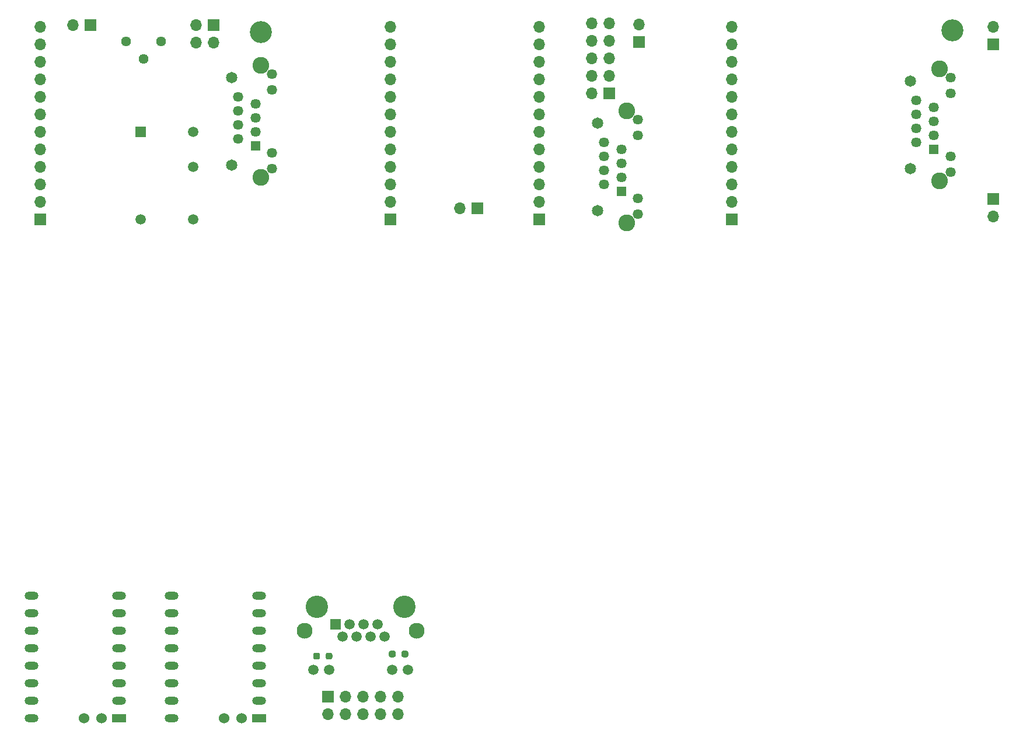
<source format=gbs>
G04 #@! TF.GenerationSoftware,KiCad,Pcbnew,(5.1.9)-1*
G04 #@! TF.CreationDate,2021-03-12T17:13:45-06:00*
G04 #@! TF.ProjectId,Torch Module,546f7263-6820-44d6-9f64-756c652e6b69,rev?*
G04 #@! TF.SameCoordinates,Original*
G04 #@! TF.FileFunction,Soldermask,Bot*
G04 #@! TF.FilePolarity,Negative*
%FSLAX46Y46*%
G04 Gerber Fmt 4.6, Leading zero omitted, Abs format (unit mm)*
G04 Created by KiCad (PCBNEW (5.1.9)-1) date 2021-03-12 17:13:45*
%MOMM*%
%LPD*%
G01*
G04 APERTURE LIST*
%ADD10C,1.650000*%
%ADD11C,2.430000*%
%ADD12C,1.462000*%
%ADD13R,1.462000X1.462000*%
%ADD14C,3.200000*%
%ADD15C,1.524000*%
%ADD16O,2.000000X1.200000*%
%ADD17R,2.000000X1.200000*%
%ADD18R,1.700000X1.700000*%
%ADD19O,1.700000X1.700000*%
%ADD20R,1.501140X1.501140*%
%ADD21C,1.501140*%
%ADD22C,1.440000*%
%ADD23R,1.500000X1.500000*%
%ADD24C,1.500000*%
%ADD25C,3.250000*%
%ADD26C,2.300000*%
G04 APERTURE END LIST*
D10*
X102742000Y-83572000D03*
X102742000Y-70872000D03*
D11*
X106982000Y-85352000D03*
X106982000Y-69092000D03*
D12*
X108582000Y-70362000D03*
X108582000Y-72652000D03*
X108582000Y-81792000D03*
X108582000Y-84082000D03*
X103632000Y-73652000D03*
X106172000Y-74672000D03*
X103632000Y-75692000D03*
X106172000Y-76712000D03*
X103632000Y-77732000D03*
X106172000Y-78752000D03*
X103632000Y-79772000D03*
D13*
X106172000Y-80792000D03*
X204598000Y-81294000D03*
D12*
X202058000Y-80274000D03*
X204598000Y-79254000D03*
X202058000Y-78234000D03*
X204598000Y-77214000D03*
X202058000Y-76194000D03*
X204598000Y-75174000D03*
X202058000Y-74154000D03*
X207008000Y-84584000D03*
X207008000Y-82294000D03*
X207008000Y-73154000D03*
X207008000Y-70864000D03*
D11*
X205408000Y-69594000D03*
X205408000Y-85854000D03*
D10*
X201168000Y-71374000D03*
X201168000Y-84074000D03*
X155828000Y-90168000D03*
X155828000Y-77468000D03*
D11*
X160068000Y-91948000D03*
X160068000Y-75688000D03*
D12*
X161668000Y-76958000D03*
X161668000Y-79248000D03*
X161668000Y-88388000D03*
X161668000Y-90678000D03*
X156718000Y-80248000D03*
X159258000Y-81268000D03*
X156718000Y-82288000D03*
X159258000Y-83308000D03*
X156718000Y-84328000D03*
X159258000Y-85348000D03*
X156718000Y-86368000D03*
D13*
X159258000Y-87388000D03*
D14*
X207264000Y-64008000D03*
X106934000Y-64262000D03*
D15*
X104140000Y-163830000D03*
X101600000Y-163830000D03*
D16*
X106680000Y-146050000D03*
X93980000Y-146050000D03*
X106680000Y-148590000D03*
X93980000Y-148590000D03*
X106680000Y-151130000D03*
X93980000Y-151130000D03*
X106680000Y-153670000D03*
X93980000Y-153670000D03*
X106680000Y-156210000D03*
X93980000Y-156210000D03*
X106680000Y-158750000D03*
X93980000Y-158750000D03*
X106680000Y-161290000D03*
X93980000Y-161290000D03*
D17*
X106680000Y-163830000D03*
D16*
X93980000Y-163830000D03*
D15*
X83820000Y-163830000D03*
X81280000Y-163830000D03*
D16*
X86360000Y-146050000D03*
X73660000Y-146050000D03*
X86360000Y-148590000D03*
X73660000Y-148590000D03*
X86360000Y-151130000D03*
X73660000Y-151130000D03*
X86360000Y-153670000D03*
X73660000Y-153670000D03*
X86360000Y-156210000D03*
X73660000Y-156210000D03*
X86360000Y-158750000D03*
X73660000Y-158750000D03*
X86360000Y-161290000D03*
X73660000Y-161290000D03*
D17*
X86360000Y-163830000D03*
D16*
X73660000Y-163830000D03*
D18*
X74930000Y-91440000D03*
D19*
X74930000Y-88900000D03*
X74930000Y-86360000D03*
X74930000Y-83820000D03*
X74930000Y-81280000D03*
X74930000Y-78740000D03*
X74930000Y-76200000D03*
X74930000Y-73660000D03*
X74930000Y-71120000D03*
X74930000Y-68580000D03*
X74930000Y-66040000D03*
X74930000Y-63500000D03*
D20*
X89532460Y-78742540D03*
D21*
X97152460Y-78742540D03*
X97152460Y-83822540D03*
X89532460Y-91442540D03*
X97152460Y-91442540D03*
D18*
X116704980Y-160745300D03*
D19*
X116704980Y-163285300D03*
X119244980Y-160745300D03*
X119244980Y-163285300D03*
X121784980Y-160745300D03*
X121784980Y-163285300D03*
X124324980Y-160745300D03*
X124324980Y-163285300D03*
X126864980Y-160745300D03*
X126864980Y-163285300D03*
D18*
X175260000Y-91440000D03*
D19*
X175260000Y-88900000D03*
X175260000Y-86360000D03*
X175260000Y-83820000D03*
X175260000Y-81280000D03*
X175260000Y-78740000D03*
X175260000Y-76200000D03*
X175260000Y-73660000D03*
X175260000Y-71120000D03*
X175260000Y-68580000D03*
X175260000Y-66040000D03*
X175260000Y-63500000D03*
D18*
X147320000Y-91440000D03*
D19*
X147320000Y-88900000D03*
X147320000Y-86360000D03*
X147320000Y-83820000D03*
X147320000Y-81280000D03*
X147320000Y-78740000D03*
X147320000Y-76200000D03*
X147320000Y-73660000D03*
X147320000Y-71120000D03*
X147320000Y-68580000D03*
X147320000Y-66040000D03*
X147320000Y-63500000D03*
D22*
X92453460Y-65661540D03*
X89913460Y-68201540D03*
X87373460Y-65661540D03*
D18*
X157480000Y-73190100D03*
D19*
X154940000Y-73190100D03*
X157480000Y-70650100D03*
X154940000Y-70650100D03*
X157480000Y-68110100D03*
X154940000Y-68110100D03*
X157480000Y-65570100D03*
X154940000Y-65570100D03*
X157480000Y-63030100D03*
X154940000Y-63030100D03*
X135838620Y-89840820D03*
D18*
X138378620Y-89840820D03*
X82277460Y-63257540D03*
D19*
X79737460Y-63257540D03*
D18*
X125730000Y-91440000D03*
D19*
X125730000Y-88900000D03*
X125730000Y-86360000D03*
X125730000Y-83820000D03*
X125730000Y-81280000D03*
X125730000Y-78740000D03*
X125730000Y-76200000D03*
X125730000Y-73660000D03*
X125730000Y-71120000D03*
X125730000Y-68580000D03*
X125730000Y-66040000D03*
X125730000Y-63500000D03*
D18*
X100102461Y-63257540D03*
D19*
X100102461Y-65797540D03*
X97562461Y-63257540D03*
X97562461Y-65797540D03*
D23*
X117850000Y-150240000D03*
D24*
X119882000Y-150240000D03*
X121914000Y-150240000D03*
X123946000Y-150240000D03*
X118866000Y-152020000D03*
X120898000Y-152020000D03*
X122930000Y-152020000D03*
X124962000Y-152020000D03*
D25*
X115060000Y-147700000D03*
X127760000Y-147700000D03*
D26*
X129540000Y-151130000D03*
X113280000Y-151130000D03*
D24*
X114550000Y-156840000D03*
X116840000Y-156840000D03*
X125980000Y-156840000D03*
X128270000Y-156840000D03*
G36*
G01*
X125548980Y-154770800D02*
X125548980Y-154295800D01*
G75*
G02*
X125786480Y-154058300I237500J0D01*
G01*
X126286480Y-154058300D01*
G75*
G02*
X126523980Y-154295800I0J-237500D01*
G01*
X126523980Y-154770800D01*
G75*
G02*
X126286480Y-155008300I-237500J0D01*
G01*
X125786480Y-155008300D01*
G75*
G02*
X125548980Y-154770800I0J237500D01*
G01*
G37*
G36*
G01*
X127373980Y-154770800D02*
X127373980Y-154295800D01*
G75*
G02*
X127611480Y-154058300I237500J0D01*
G01*
X128111480Y-154058300D01*
G75*
G02*
X128348980Y-154295800I0J-237500D01*
G01*
X128348980Y-154770800D01*
G75*
G02*
X128111480Y-155008300I-237500J0D01*
G01*
X127611480Y-155008300D01*
G75*
G02*
X127373980Y-154770800I0J237500D01*
G01*
G37*
G36*
G01*
X116373980Y-155070800D02*
X116373980Y-154595800D01*
G75*
G02*
X116611480Y-154358300I237500J0D01*
G01*
X117111480Y-154358300D01*
G75*
G02*
X117348980Y-154595800I0J-237500D01*
G01*
X117348980Y-155070800D01*
G75*
G02*
X117111480Y-155308300I-237500J0D01*
G01*
X116611480Y-155308300D01*
G75*
G02*
X116373980Y-155070800I0J237500D01*
G01*
G37*
G36*
G01*
X114548980Y-155070800D02*
X114548980Y-154595800D01*
G75*
G02*
X114786480Y-154358300I237500J0D01*
G01*
X115286480Y-154358300D01*
G75*
G02*
X115523980Y-154595800I0J-237500D01*
G01*
X115523980Y-155070800D01*
G75*
G02*
X115286480Y-155308300I-237500J0D01*
G01*
X114786480Y-155308300D01*
G75*
G02*
X114548980Y-155070800I0J237500D01*
G01*
G37*
D18*
X161839000Y-65733100D03*
D19*
X161839000Y-63193100D03*
D18*
X213210000Y-66024540D03*
D19*
X213210000Y-63484540D03*
X213210000Y-91064540D03*
D18*
X213210000Y-88524540D03*
M02*

</source>
